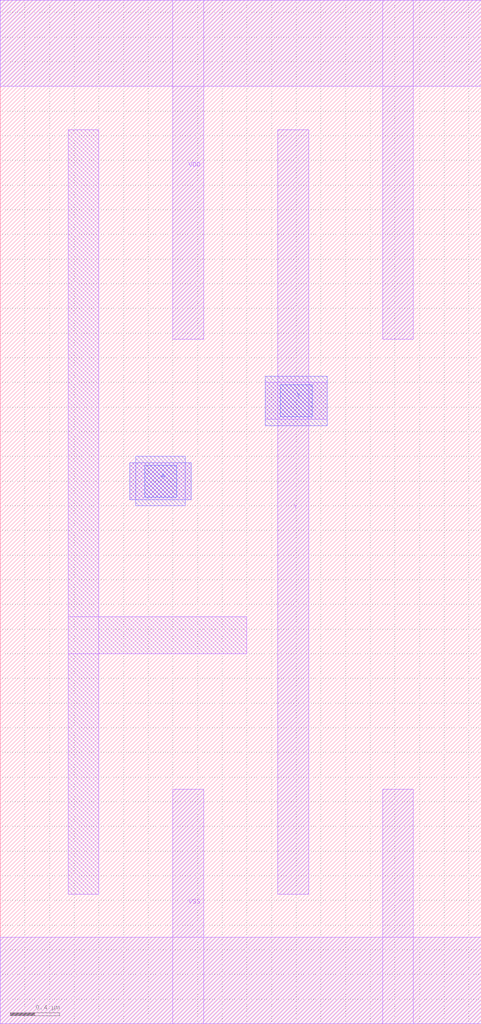
<source format=lef>
# Copyright 2022 Google LLC
# Licensed under the Apache License, Version 2.0 (the "License");
# you may not use this file except in compliance with the License.
# You may obtain a copy of the License at
#
#      http://www.apache.org/licenses/LICENSE-2.0
#
# Unless required by applicable law or agreed to in writing, software
# distributed under the License is distributed on an "AS IS" BASIS,
# WITHOUT WARRANTIES OR CONDITIONS OF ANY KIND, either express or implied.
# See the License for the specific language governing permissions and
# limitations under the License.
VERSION 5.7 ;
BUSBITCHARS "[]" ;
DIVIDERCHAR "/" ;

MACRO gf180mcu_osu_sc_gp12t3v3__buf_2
  CLASS CORE ;
  ORIGIN 0 0 ;
  FOREIGN gf180mcu_osu_sc_gp12t3v3__buf_2 0 0 ;
  SIZE 3.9 BY 8.3 ;
  SYMMETRY X Y ;
  SITE gf180mcu_osu_sc_gp12t3v3 ;
  PIN VDD
    DIRECTION INOUT ;
    USE POWER ;
    SHAPE ABUTMENT ;
    PORT
      LAYER Metal1 ;
        RECT 0 7.6 3.9 8.3 ;
        RECT 3.1 5.55 3.35 8.3 ;
        RECT 1.4 5.55 1.65 8.3 ;
    END
  END VDD
  PIN VSS
    DIRECTION INOUT ;
    USE GROUND ;
    SHAPE ABUTMENT ;
    PORT
      LAYER Metal1 ;
        RECT 0 0 3.9 0.7 ;
        RECT 3.1 0 3.35 1.9 ;
        RECT 1.4 0 1.65 1.9 ;
    END
  END VSS
  PIN A
    DIRECTION INPUT ;
    USE SIGNAL ;
    PORT
      LAYER Metal1 ;
        RECT 1.05 4.25 1.55 4.55 ;
      LAYER Metal2 ;
        RECT 1.05 4.25 1.55 4.55 ;
        RECT 1.1 4.2 1.5 4.6 ;
      LAYER Via1 ;
        RECT 1.17 4.27 1.43 4.53 ;
    END
  END A
  PIN Y
    DIRECTION OUTPUT ;
    USE SIGNAL ;
    PORT
      LAYER Metal1 ;
        RECT 2.15 4.9 2.65 5.2 ;
        RECT 2.25 1.05 2.5 7.25 ;
      LAYER Metal2 ;
        RECT 2.15 4.85 2.65 5.25 ;
      LAYER Via1 ;
        RECT 2.27 4.92 2.53 5.18 ;
    END
  END Y
  OBS
    LAYER Metal1 ;
      RECT 0.55 1.05 0.8 7.25 ;
      RECT 0.55 3 2 3.3 ;
  END
END gf180mcu_osu_sc_gp12t3v3__buf_2

</source>
